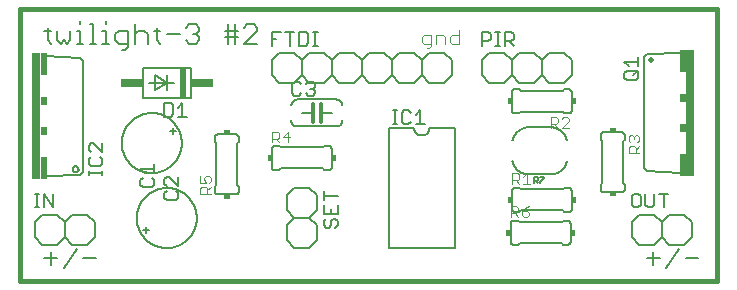
<source format=gto>
G75*
%MOIN*%
%OFA0B0*%
%FSLAX25Y25*%
%IPPOS*%
%LPD*%
%AMOC8*
5,1,8,0,0,1.08239X$1,22.5*
%
%ADD10C,0.00600*%
%ADD11C,0.01600*%
%ADD12C,0.00400*%
%ADD13C,0.00500*%
%ADD14R,0.02000X0.10000*%
%ADD15R,0.07500X0.03000*%
%ADD16R,0.03000X0.42000*%
%ADD17R,0.02000X0.07500*%
%ADD18R,0.02000X0.03000*%
%ADD19R,0.01500X0.02000*%
%ADD20R,0.02000X0.01500*%
%ADD21C,0.01200*%
%ADD22C,0.02000*%
%ADD23C,0.00800*%
D10*
X0016420Y0006037D02*
X0020690Y0012442D01*
X0019300Y0013769D02*
X0016800Y0016269D01*
X0014300Y0013769D01*
X0009300Y0013769D01*
X0006800Y0016269D01*
X0006800Y0021269D01*
X0009300Y0023769D01*
X0014300Y0023769D01*
X0016800Y0021269D01*
X0019300Y0023769D01*
X0024300Y0023769D01*
X0026800Y0021269D01*
X0026800Y0016269D01*
X0024300Y0013769D01*
X0019300Y0013769D01*
X0016800Y0016269D02*
X0016800Y0021269D01*
X0012109Y0011375D02*
X0012109Y0007105D01*
X0009974Y0009240D02*
X0014244Y0009240D01*
X0022865Y0009240D02*
X0027135Y0009240D01*
X0043737Y0017706D02*
X0043737Y0019706D01*
X0044737Y0018706D02*
X0042737Y0018706D01*
X0040737Y0022706D02*
X0040740Y0022951D01*
X0040749Y0023197D01*
X0040764Y0023442D01*
X0040785Y0023686D01*
X0040812Y0023930D01*
X0040845Y0024173D01*
X0040884Y0024416D01*
X0040929Y0024657D01*
X0040980Y0024897D01*
X0041037Y0025136D01*
X0041099Y0025373D01*
X0041168Y0025609D01*
X0041242Y0025843D01*
X0041322Y0026075D01*
X0041407Y0026305D01*
X0041498Y0026533D01*
X0041595Y0026758D01*
X0041697Y0026982D01*
X0041805Y0027202D01*
X0041918Y0027420D01*
X0042036Y0027635D01*
X0042160Y0027847D01*
X0042288Y0028056D01*
X0042422Y0028262D01*
X0042561Y0028464D01*
X0042705Y0028663D01*
X0042854Y0028858D01*
X0043007Y0029050D01*
X0043165Y0029238D01*
X0043327Y0029422D01*
X0043495Y0029601D01*
X0043666Y0029777D01*
X0043842Y0029948D01*
X0044021Y0030116D01*
X0044205Y0030278D01*
X0044393Y0030436D01*
X0044585Y0030589D01*
X0044780Y0030738D01*
X0044979Y0030882D01*
X0045181Y0031021D01*
X0045387Y0031155D01*
X0045596Y0031283D01*
X0045808Y0031407D01*
X0046023Y0031525D01*
X0046241Y0031638D01*
X0046461Y0031746D01*
X0046685Y0031848D01*
X0046910Y0031945D01*
X0047138Y0032036D01*
X0047368Y0032121D01*
X0047600Y0032201D01*
X0047834Y0032275D01*
X0048070Y0032344D01*
X0048307Y0032406D01*
X0048546Y0032463D01*
X0048786Y0032514D01*
X0049027Y0032559D01*
X0049270Y0032598D01*
X0049513Y0032631D01*
X0049757Y0032658D01*
X0050001Y0032679D01*
X0050246Y0032694D01*
X0050492Y0032703D01*
X0050737Y0032706D01*
X0050982Y0032703D01*
X0051228Y0032694D01*
X0051473Y0032679D01*
X0051717Y0032658D01*
X0051961Y0032631D01*
X0052204Y0032598D01*
X0052447Y0032559D01*
X0052688Y0032514D01*
X0052928Y0032463D01*
X0053167Y0032406D01*
X0053404Y0032344D01*
X0053640Y0032275D01*
X0053874Y0032201D01*
X0054106Y0032121D01*
X0054336Y0032036D01*
X0054564Y0031945D01*
X0054789Y0031848D01*
X0055013Y0031746D01*
X0055233Y0031638D01*
X0055451Y0031525D01*
X0055666Y0031407D01*
X0055878Y0031283D01*
X0056087Y0031155D01*
X0056293Y0031021D01*
X0056495Y0030882D01*
X0056694Y0030738D01*
X0056889Y0030589D01*
X0057081Y0030436D01*
X0057269Y0030278D01*
X0057453Y0030116D01*
X0057632Y0029948D01*
X0057808Y0029777D01*
X0057979Y0029601D01*
X0058147Y0029422D01*
X0058309Y0029238D01*
X0058467Y0029050D01*
X0058620Y0028858D01*
X0058769Y0028663D01*
X0058913Y0028464D01*
X0059052Y0028262D01*
X0059186Y0028056D01*
X0059314Y0027847D01*
X0059438Y0027635D01*
X0059556Y0027420D01*
X0059669Y0027202D01*
X0059777Y0026982D01*
X0059879Y0026758D01*
X0059976Y0026533D01*
X0060067Y0026305D01*
X0060152Y0026075D01*
X0060232Y0025843D01*
X0060306Y0025609D01*
X0060375Y0025373D01*
X0060437Y0025136D01*
X0060494Y0024897D01*
X0060545Y0024657D01*
X0060590Y0024416D01*
X0060629Y0024173D01*
X0060662Y0023930D01*
X0060689Y0023686D01*
X0060710Y0023442D01*
X0060725Y0023197D01*
X0060734Y0022951D01*
X0060737Y0022706D01*
X0060734Y0022461D01*
X0060725Y0022215D01*
X0060710Y0021970D01*
X0060689Y0021726D01*
X0060662Y0021482D01*
X0060629Y0021239D01*
X0060590Y0020996D01*
X0060545Y0020755D01*
X0060494Y0020515D01*
X0060437Y0020276D01*
X0060375Y0020039D01*
X0060306Y0019803D01*
X0060232Y0019569D01*
X0060152Y0019337D01*
X0060067Y0019107D01*
X0059976Y0018879D01*
X0059879Y0018654D01*
X0059777Y0018430D01*
X0059669Y0018210D01*
X0059556Y0017992D01*
X0059438Y0017777D01*
X0059314Y0017565D01*
X0059186Y0017356D01*
X0059052Y0017150D01*
X0058913Y0016948D01*
X0058769Y0016749D01*
X0058620Y0016554D01*
X0058467Y0016362D01*
X0058309Y0016174D01*
X0058147Y0015990D01*
X0057979Y0015811D01*
X0057808Y0015635D01*
X0057632Y0015464D01*
X0057453Y0015296D01*
X0057269Y0015134D01*
X0057081Y0014976D01*
X0056889Y0014823D01*
X0056694Y0014674D01*
X0056495Y0014530D01*
X0056293Y0014391D01*
X0056087Y0014257D01*
X0055878Y0014129D01*
X0055666Y0014005D01*
X0055451Y0013887D01*
X0055233Y0013774D01*
X0055013Y0013666D01*
X0054789Y0013564D01*
X0054564Y0013467D01*
X0054336Y0013376D01*
X0054106Y0013291D01*
X0053874Y0013211D01*
X0053640Y0013137D01*
X0053404Y0013068D01*
X0053167Y0013006D01*
X0052928Y0012949D01*
X0052688Y0012898D01*
X0052447Y0012853D01*
X0052204Y0012814D01*
X0051961Y0012781D01*
X0051717Y0012754D01*
X0051473Y0012733D01*
X0051228Y0012718D01*
X0050982Y0012709D01*
X0050737Y0012706D01*
X0050492Y0012709D01*
X0050246Y0012718D01*
X0050001Y0012733D01*
X0049757Y0012754D01*
X0049513Y0012781D01*
X0049270Y0012814D01*
X0049027Y0012853D01*
X0048786Y0012898D01*
X0048546Y0012949D01*
X0048307Y0013006D01*
X0048070Y0013068D01*
X0047834Y0013137D01*
X0047600Y0013211D01*
X0047368Y0013291D01*
X0047138Y0013376D01*
X0046910Y0013467D01*
X0046685Y0013564D01*
X0046461Y0013666D01*
X0046241Y0013774D01*
X0046023Y0013887D01*
X0045808Y0014005D01*
X0045596Y0014129D01*
X0045387Y0014257D01*
X0045181Y0014391D01*
X0044979Y0014530D01*
X0044780Y0014674D01*
X0044585Y0014823D01*
X0044393Y0014976D01*
X0044205Y0015134D01*
X0044021Y0015296D01*
X0043842Y0015464D01*
X0043666Y0015635D01*
X0043495Y0015811D01*
X0043327Y0015990D01*
X0043165Y0016174D01*
X0043007Y0016362D01*
X0042854Y0016554D01*
X0042705Y0016749D01*
X0042561Y0016948D01*
X0042422Y0017150D01*
X0042288Y0017356D01*
X0042160Y0017565D01*
X0042036Y0017777D01*
X0041918Y0017992D01*
X0041805Y0018210D01*
X0041697Y0018430D01*
X0041595Y0018654D01*
X0041498Y0018879D01*
X0041407Y0019107D01*
X0041322Y0019337D01*
X0041242Y0019569D01*
X0041168Y0019803D01*
X0041099Y0020039D01*
X0041037Y0020276D01*
X0040980Y0020515D01*
X0040929Y0020755D01*
X0040884Y0020996D01*
X0040845Y0021239D01*
X0040812Y0021482D01*
X0040785Y0021726D01*
X0040764Y0021970D01*
X0040749Y0022215D01*
X0040740Y0022461D01*
X0040737Y0022706D01*
X0066737Y0031580D02*
X0066737Y0033080D01*
X0067237Y0033580D01*
X0067237Y0047580D01*
X0066737Y0048080D01*
X0066737Y0049580D01*
X0066739Y0049640D01*
X0066744Y0049701D01*
X0066753Y0049760D01*
X0066766Y0049819D01*
X0066782Y0049878D01*
X0066802Y0049935D01*
X0066825Y0049990D01*
X0066852Y0050045D01*
X0066881Y0050097D01*
X0066914Y0050148D01*
X0066950Y0050197D01*
X0066988Y0050243D01*
X0067030Y0050287D01*
X0067074Y0050329D01*
X0067120Y0050367D01*
X0067169Y0050403D01*
X0067220Y0050436D01*
X0067272Y0050465D01*
X0067327Y0050492D01*
X0067382Y0050515D01*
X0067439Y0050535D01*
X0067498Y0050551D01*
X0067557Y0050564D01*
X0067616Y0050573D01*
X0067677Y0050578D01*
X0067737Y0050580D01*
X0073737Y0050580D01*
X0073797Y0050578D01*
X0073858Y0050573D01*
X0073917Y0050564D01*
X0073976Y0050551D01*
X0074035Y0050535D01*
X0074092Y0050515D01*
X0074147Y0050492D01*
X0074202Y0050465D01*
X0074254Y0050436D01*
X0074305Y0050403D01*
X0074354Y0050367D01*
X0074400Y0050329D01*
X0074444Y0050287D01*
X0074486Y0050243D01*
X0074524Y0050197D01*
X0074560Y0050148D01*
X0074593Y0050097D01*
X0074622Y0050045D01*
X0074649Y0049990D01*
X0074672Y0049935D01*
X0074692Y0049878D01*
X0074708Y0049819D01*
X0074721Y0049760D01*
X0074730Y0049701D01*
X0074735Y0049640D01*
X0074737Y0049580D01*
X0074737Y0048080D01*
X0074237Y0047580D01*
X0074237Y0033580D01*
X0074737Y0033080D01*
X0074737Y0031580D01*
X0074735Y0031520D01*
X0074730Y0031459D01*
X0074721Y0031400D01*
X0074708Y0031341D01*
X0074692Y0031282D01*
X0074672Y0031225D01*
X0074649Y0031170D01*
X0074622Y0031115D01*
X0074593Y0031063D01*
X0074560Y0031012D01*
X0074524Y0030963D01*
X0074486Y0030917D01*
X0074444Y0030873D01*
X0074400Y0030831D01*
X0074354Y0030793D01*
X0074305Y0030757D01*
X0074254Y0030724D01*
X0074202Y0030695D01*
X0074147Y0030668D01*
X0074092Y0030645D01*
X0074035Y0030625D01*
X0073976Y0030609D01*
X0073917Y0030596D01*
X0073858Y0030587D01*
X0073797Y0030582D01*
X0073737Y0030580D01*
X0067737Y0030580D01*
X0067677Y0030582D01*
X0067616Y0030587D01*
X0067557Y0030596D01*
X0067498Y0030609D01*
X0067439Y0030625D01*
X0067382Y0030645D01*
X0067327Y0030668D01*
X0067272Y0030695D01*
X0067220Y0030724D01*
X0067169Y0030757D01*
X0067120Y0030793D01*
X0067074Y0030831D01*
X0067030Y0030873D01*
X0066988Y0030917D01*
X0066950Y0030963D01*
X0066914Y0031012D01*
X0066881Y0031063D01*
X0066852Y0031115D01*
X0066825Y0031170D01*
X0066802Y0031225D01*
X0066782Y0031282D01*
X0066766Y0031341D01*
X0066753Y0031400D01*
X0066744Y0031459D01*
X0066739Y0031520D01*
X0066737Y0031580D01*
X0086737Y0038706D02*
X0088237Y0038706D01*
X0088737Y0039206D01*
X0102737Y0039206D01*
X0103237Y0038706D01*
X0104737Y0038706D01*
X0104797Y0038708D01*
X0104858Y0038713D01*
X0104917Y0038722D01*
X0104976Y0038735D01*
X0105035Y0038751D01*
X0105092Y0038771D01*
X0105147Y0038794D01*
X0105202Y0038821D01*
X0105254Y0038850D01*
X0105305Y0038883D01*
X0105354Y0038919D01*
X0105400Y0038957D01*
X0105444Y0038999D01*
X0105486Y0039043D01*
X0105524Y0039089D01*
X0105560Y0039138D01*
X0105593Y0039189D01*
X0105622Y0039241D01*
X0105649Y0039296D01*
X0105672Y0039351D01*
X0105692Y0039408D01*
X0105708Y0039467D01*
X0105721Y0039526D01*
X0105730Y0039585D01*
X0105735Y0039646D01*
X0105737Y0039706D01*
X0105737Y0045706D01*
X0105735Y0045766D01*
X0105730Y0045827D01*
X0105721Y0045886D01*
X0105708Y0045945D01*
X0105692Y0046004D01*
X0105672Y0046061D01*
X0105649Y0046116D01*
X0105622Y0046171D01*
X0105593Y0046223D01*
X0105560Y0046274D01*
X0105524Y0046323D01*
X0105486Y0046369D01*
X0105444Y0046413D01*
X0105400Y0046455D01*
X0105354Y0046493D01*
X0105305Y0046529D01*
X0105254Y0046562D01*
X0105202Y0046591D01*
X0105147Y0046618D01*
X0105092Y0046641D01*
X0105035Y0046661D01*
X0104976Y0046677D01*
X0104917Y0046690D01*
X0104858Y0046699D01*
X0104797Y0046704D01*
X0104737Y0046706D01*
X0103237Y0046706D01*
X0102737Y0046206D01*
X0088737Y0046206D01*
X0088237Y0046706D01*
X0086737Y0046706D01*
X0086677Y0046704D01*
X0086616Y0046699D01*
X0086557Y0046690D01*
X0086498Y0046677D01*
X0086439Y0046661D01*
X0086382Y0046641D01*
X0086327Y0046618D01*
X0086272Y0046591D01*
X0086220Y0046562D01*
X0086169Y0046529D01*
X0086120Y0046493D01*
X0086074Y0046455D01*
X0086030Y0046413D01*
X0085988Y0046369D01*
X0085950Y0046323D01*
X0085914Y0046274D01*
X0085881Y0046223D01*
X0085852Y0046171D01*
X0085825Y0046116D01*
X0085802Y0046061D01*
X0085782Y0046004D01*
X0085766Y0045945D01*
X0085753Y0045886D01*
X0085744Y0045827D01*
X0085739Y0045766D01*
X0085737Y0045706D01*
X0085737Y0039706D01*
X0085739Y0039646D01*
X0085744Y0039585D01*
X0085753Y0039526D01*
X0085766Y0039467D01*
X0085782Y0039408D01*
X0085802Y0039351D01*
X0085825Y0039296D01*
X0085852Y0039241D01*
X0085881Y0039189D01*
X0085914Y0039138D01*
X0085950Y0039089D01*
X0085988Y0039043D01*
X0086030Y0038999D01*
X0086074Y0038957D01*
X0086120Y0038919D01*
X0086169Y0038883D01*
X0086220Y0038850D01*
X0086272Y0038821D01*
X0086327Y0038794D01*
X0086382Y0038771D01*
X0086439Y0038751D01*
X0086498Y0038735D01*
X0086557Y0038722D01*
X0086616Y0038713D01*
X0086677Y0038708D01*
X0086737Y0038706D01*
X0093237Y0032706D02*
X0090737Y0030206D01*
X0090737Y0025206D01*
X0093237Y0022706D01*
X0090737Y0020206D01*
X0090737Y0015206D01*
X0093237Y0012706D01*
X0098237Y0012706D01*
X0100737Y0015206D01*
X0100737Y0020206D01*
X0098237Y0022706D01*
X0093237Y0022706D01*
X0098237Y0022706D02*
X0100737Y0025206D01*
X0100737Y0030206D01*
X0098237Y0032706D01*
X0093237Y0032706D01*
X0052737Y0050706D02*
X0052737Y0052706D01*
X0051737Y0051706D02*
X0053737Y0051706D01*
X0035737Y0047706D02*
X0035740Y0047951D01*
X0035749Y0048197D01*
X0035764Y0048442D01*
X0035785Y0048686D01*
X0035812Y0048930D01*
X0035845Y0049173D01*
X0035884Y0049416D01*
X0035929Y0049657D01*
X0035980Y0049897D01*
X0036037Y0050136D01*
X0036099Y0050373D01*
X0036168Y0050609D01*
X0036242Y0050843D01*
X0036322Y0051075D01*
X0036407Y0051305D01*
X0036498Y0051533D01*
X0036595Y0051758D01*
X0036697Y0051982D01*
X0036805Y0052202D01*
X0036918Y0052420D01*
X0037036Y0052635D01*
X0037160Y0052847D01*
X0037288Y0053056D01*
X0037422Y0053262D01*
X0037561Y0053464D01*
X0037705Y0053663D01*
X0037854Y0053858D01*
X0038007Y0054050D01*
X0038165Y0054238D01*
X0038327Y0054422D01*
X0038495Y0054601D01*
X0038666Y0054777D01*
X0038842Y0054948D01*
X0039021Y0055116D01*
X0039205Y0055278D01*
X0039393Y0055436D01*
X0039585Y0055589D01*
X0039780Y0055738D01*
X0039979Y0055882D01*
X0040181Y0056021D01*
X0040387Y0056155D01*
X0040596Y0056283D01*
X0040808Y0056407D01*
X0041023Y0056525D01*
X0041241Y0056638D01*
X0041461Y0056746D01*
X0041685Y0056848D01*
X0041910Y0056945D01*
X0042138Y0057036D01*
X0042368Y0057121D01*
X0042600Y0057201D01*
X0042834Y0057275D01*
X0043070Y0057344D01*
X0043307Y0057406D01*
X0043546Y0057463D01*
X0043786Y0057514D01*
X0044027Y0057559D01*
X0044270Y0057598D01*
X0044513Y0057631D01*
X0044757Y0057658D01*
X0045001Y0057679D01*
X0045246Y0057694D01*
X0045492Y0057703D01*
X0045737Y0057706D01*
X0045982Y0057703D01*
X0046228Y0057694D01*
X0046473Y0057679D01*
X0046717Y0057658D01*
X0046961Y0057631D01*
X0047204Y0057598D01*
X0047447Y0057559D01*
X0047688Y0057514D01*
X0047928Y0057463D01*
X0048167Y0057406D01*
X0048404Y0057344D01*
X0048640Y0057275D01*
X0048874Y0057201D01*
X0049106Y0057121D01*
X0049336Y0057036D01*
X0049564Y0056945D01*
X0049789Y0056848D01*
X0050013Y0056746D01*
X0050233Y0056638D01*
X0050451Y0056525D01*
X0050666Y0056407D01*
X0050878Y0056283D01*
X0051087Y0056155D01*
X0051293Y0056021D01*
X0051495Y0055882D01*
X0051694Y0055738D01*
X0051889Y0055589D01*
X0052081Y0055436D01*
X0052269Y0055278D01*
X0052453Y0055116D01*
X0052632Y0054948D01*
X0052808Y0054777D01*
X0052979Y0054601D01*
X0053147Y0054422D01*
X0053309Y0054238D01*
X0053467Y0054050D01*
X0053620Y0053858D01*
X0053769Y0053663D01*
X0053913Y0053464D01*
X0054052Y0053262D01*
X0054186Y0053056D01*
X0054314Y0052847D01*
X0054438Y0052635D01*
X0054556Y0052420D01*
X0054669Y0052202D01*
X0054777Y0051982D01*
X0054879Y0051758D01*
X0054976Y0051533D01*
X0055067Y0051305D01*
X0055152Y0051075D01*
X0055232Y0050843D01*
X0055306Y0050609D01*
X0055375Y0050373D01*
X0055437Y0050136D01*
X0055494Y0049897D01*
X0055545Y0049657D01*
X0055590Y0049416D01*
X0055629Y0049173D01*
X0055662Y0048930D01*
X0055689Y0048686D01*
X0055710Y0048442D01*
X0055725Y0048197D01*
X0055734Y0047951D01*
X0055737Y0047706D01*
X0055734Y0047461D01*
X0055725Y0047215D01*
X0055710Y0046970D01*
X0055689Y0046726D01*
X0055662Y0046482D01*
X0055629Y0046239D01*
X0055590Y0045996D01*
X0055545Y0045755D01*
X0055494Y0045515D01*
X0055437Y0045276D01*
X0055375Y0045039D01*
X0055306Y0044803D01*
X0055232Y0044569D01*
X0055152Y0044337D01*
X0055067Y0044107D01*
X0054976Y0043879D01*
X0054879Y0043654D01*
X0054777Y0043430D01*
X0054669Y0043210D01*
X0054556Y0042992D01*
X0054438Y0042777D01*
X0054314Y0042565D01*
X0054186Y0042356D01*
X0054052Y0042150D01*
X0053913Y0041948D01*
X0053769Y0041749D01*
X0053620Y0041554D01*
X0053467Y0041362D01*
X0053309Y0041174D01*
X0053147Y0040990D01*
X0052979Y0040811D01*
X0052808Y0040635D01*
X0052632Y0040464D01*
X0052453Y0040296D01*
X0052269Y0040134D01*
X0052081Y0039976D01*
X0051889Y0039823D01*
X0051694Y0039674D01*
X0051495Y0039530D01*
X0051293Y0039391D01*
X0051087Y0039257D01*
X0050878Y0039129D01*
X0050666Y0039005D01*
X0050451Y0038887D01*
X0050233Y0038774D01*
X0050013Y0038666D01*
X0049789Y0038564D01*
X0049564Y0038467D01*
X0049336Y0038376D01*
X0049106Y0038291D01*
X0048874Y0038211D01*
X0048640Y0038137D01*
X0048404Y0038068D01*
X0048167Y0038006D01*
X0047928Y0037949D01*
X0047688Y0037898D01*
X0047447Y0037853D01*
X0047204Y0037814D01*
X0046961Y0037781D01*
X0046717Y0037754D01*
X0046473Y0037733D01*
X0046228Y0037718D01*
X0045982Y0037709D01*
X0045737Y0037706D01*
X0045492Y0037709D01*
X0045246Y0037718D01*
X0045001Y0037733D01*
X0044757Y0037754D01*
X0044513Y0037781D01*
X0044270Y0037814D01*
X0044027Y0037853D01*
X0043786Y0037898D01*
X0043546Y0037949D01*
X0043307Y0038006D01*
X0043070Y0038068D01*
X0042834Y0038137D01*
X0042600Y0038211D01*
X0042368Y0038291D01*
X0042138Y0038376D01*
X0041910Y0038467D01*
X0041685Y0038564D01*
X0041461Y0038666D01*
X0041241Y0038774D01*
X0041023Y0038887D01*
X0040808Y0039005D01*
X0040596Y0039129D01*
X0040387Y0039257D01*
X0040181Y0039391D01*
X0039979Y0039530D01*
X0039780Y0039674D01*
X0039585Y0039823D01*
X0039393Y0039976D01*
X0039205Y0040134D01*
X0039021Y0040296D01*
X0038842Y0040464D01*
X0038666Y0040635D01*
X0038495Y0040811D01*
X0038327Y0040990D01*
X0038165Y0041174D01*
X0038007Y0041362D01*
X0037854Y0041554D01*
X0037705Y0041749D01*
X0037561Y0041948D01*
X0037422Y0042150D01*
X0037288Y0042356D01*
X0037160Y0042565D01*
X0037036Y0042777D01*
X0036918Y0042992D01*
X0036805Y0043210D01*
X0036697Y0043430D01*
X0036595Y0043654D01*
X0036498Y0043879D01*
X0036407Y0044107D01*
X0036322Y0044337D01*
X0036242Y0044569D01*
X0036168Y0044803D01*
X0036099Y0045039D01*
X0036037Y0045276D01*
X0035980Y0045515D01*
X0035929Y0045755D01*
X0035884Y0045996D01*
X0035845Y0046239D01*
X0035812Y0046482D01*
X0035785Y0046726D01*
X0035764Y0046970D01*
X0035749Y0047215D01*
X0035740Y0047461D01*
X0035737Y0047706D01*
X0042737Y0062706D02*
X0058737Y0062706D01*
X0058737Y0072706D01*
X0042737Y0072706D01*
X0042737Y0062706D01*
X0046737Y0065206D02*
X0050737Y0067706D01*
X0050737Y0070206D01*
X0050737Y0067706D02*
X0046737Y0070206D01*
X0046737Y0065206D01*
X0044737Y0067706D02*
X0050737Y0067706D01*
X0050737Y0065206D01*
X0050737Y0067706D02*
X0053237Y0067706D01*
X0037878Y0079773D02*
X0036810Y0078705D01*
X0035743Y0078705D01*
X0037878Y0079773D02*
X0037878Y0085110D01*
X0034675Y0085110D01*
X0033608Y0084043D01*
X0033608Y0081908D01*
X0034675Y0080840D01*
X0037878Y0080840D01*
X0040053Y0080840D02*
X0040053Y0087246D01*
X0041121Y0085110D02*
X0043256Y0085110D01*
X0044323Y0084043D01*
X0044323Y0080840D01*
X0047566Y0081908D02*
X0048634Y0080840D01*
X0047566Y0081908D02*
X0047566Y0086178D01*
X0046498Y0085110D02*
X0048634Y0085110D01*
X0050795Y0084043D02*
X0055066Y0084043D01*
X0057241Y0086178D02*
X0058309Y0087246D01*
X0060444Y0087246D01*
X0061511Y0086178D01*
X0061511Y0085110D01*
X0060444Y0084043D01*
X0061511Y0082975D01*
X0061511Y0081908D01*
X0060444Y0080840D01*
X0058309Y0080840D01*
X0057241Y0081908D01*
X0059376Y0084043D02*
X0060444Y0084043D01*
X0070132Y0085110D02*
X0073335Y0085110D01*
X0074402Y0085110D01*
X0076577Y0086178D02*
X0077645Y0087246D01*
X0079780Y0087246D01*
X0080848Y0086178D01*
X0080848Y0085110D01*
X0076577Y0080840D01*
X0080848Y0080840D01*
X0074402Y0082975D02*
X0070132Y0082975D01*
X0071200Y0080840D02*
X0071200Y0087246D01*
X0073335Y0087246D02*
X0073335Y0080840D01*
X0085737Y0075206D02*
X0088237Y0077706D01*
X0093237Y0077706D01*
X0095737Y0075206D01*
X0098237Y0077706D01*
X0103237Y0077706D01*
X0105737Y0075206D01*
X0105737Y0070206D01*
X0103237Y0067706D01*
X0098237Y0067706D01*
X0095737Y0070206D01*
X0093237Y0067706D01*
X0088237Y0067706D01*
X0085737Y0070206D01*
X0085737Y0075206D01*
X0095737Y0075206D02*
X0095737Y0070206D01*
X0105737Y0070206D02*
X0108237Y0067706D01*
X0113237Y0067706D01*
X0115737Y0070206D01*
X0118237Y0067706D01*
X0123237Y0067706D01*
X0125737Y0070206D01*
X0128237Y0067706D01*
X0133237Y0067706D01*
X0135737Y0070206D01*
X0138237Y0067706D01*
X0143237Y0067706D01*
X0145737Y0070206D01*
X0145737Y0075206D01*
X0143237Y0077706D01*
X0138237Y0077706D01*
X0135737Y0075206D01*
X0135737Y0070206D01*
X0125737Y0070206D02*
X0125737Y0075206D01*
X0128237Y0077706D01*
X0133237Y0077706D01*
X0135737Y0075206D01*
X0125737Y0075206D02*
X0123237Y0077706D01*
X0118237Y0077706D01*
X0115737Y0075206D01*
X0115737Y0070206D01*
X0115737Y0075206D02*
X0113237Y0077706D01*
X0108237Y0077706D01*
X0105737Y0075206D01*
X0107237Y0062206D02*
X0094237Y0062206D01*
X0094150Y0062204D01*
X0094063Y0062198D01*
X0093976Y0062189D01*
X0093890Y0062176D01*
X0093804Y0062159D01*
X0093719Y0062138D01*
X0093636Y0062113D01*
X0093553Y0062085D01*
X0093472Y0062054D01*
X0093392Y0062019D01*
X0093314Y0061980D01*
X0093237Y0061938D01*
X0093162Y0061893D01*
X0093090Y0061844D01*
X0093019Y0061793D01*
X0092951Y0061738D01*
X0092886Y0061681D01*
X0092823Y0061620D01*
X0092762Y0061557D01*
X0092705Y0061492D01*
X0092650Y0061424D01*
X0092599Y0061353D01*
X0092550Y0061281D01*
X0092505Y0061206D01*
X0092463Y0061129D01*
X0092424Y0061051D01*
X0092389Y0060971D01*
X0092358Y0060890D01*
X0092330Y0060807D01*
X0092305Y0060724D01*
X0092284Y0060639D01*
X0092267Y0060553D01*
X0092254Y0060467D01*
X0092245Y0060380D01*
X0092239Y0060293D01*
X0092237Y0060206D01*
X0095737Y0057706D02*
X0099537Y0057706D01*
X0102037Y0057706D02*
X0105737Y0057706D01*
X0109237Y0060206D02*
X0109235Y0060293D01*
X0109229Y0060380D01*
X0109220Y0060467D01*
X0109207Y0060553D01*
X0109190Y0060639D01*
X0109169Y0060724D01*
X0109144Y0060807D01*
X0109116Y0060890D01*
X0109085Y0060971D01*
X0109050Y0061051D01*
X0109011Y0061129D01*
X0108969Y0061206D01*
X0108924Y0061281D01*
X0108875Y0061353D01*
X0108824Y0061424D01*
X0108769Y0061492D01*
X0108712Y0061557D01*
X0108651Y0061620D01*
X0108588Y0061681D01*
X0108523Y0061738D01*
X0108455Y0061793D01*
X0108384Y0061844D01*
X0108312Y0061893D01*
X0108237Y0061938D01*
X0108160Y0061980D01*
X0108082Y0062019D01*
X0108002Y0062054D01*
X0107921Y0062085D01*
X0107838Y0062113D01*
X0107755Y0062138D01*
X0107670Y0062159D01*
X0107584Y0062176D01*
X0107498Y0062189D01*
X0107411Y0062198D01*
X0107324Y0062204D01*
X0107237Y0062206D01*
X0109237Y0055206D02*
X0109235Y0055119D01*
X0109229Y0055032D01*
X0109220Y0054945D01*
X0109207Y0054859D01*
X0109190Y0054773D01*
X0109169Y0054688D01*
X0109144Y0054605D01*
X0109116Y0054522D01*
X0109085Y0054441D01*
X0109050Y0054361D01*
X0109011Y0054283D01*
X0108969Y0054206D01*
X0108924Y0054131D01*
X0108875Y0054059D01*
X0108824Y0053988D01*
X0108769Y0053920D01*
X0108712Y0053855D01*
X0108651Y0053792D01*
X0108588Y0053731D01*
X0108523Y0053674D01*
X0108455Y0053619D01*
X0108384Y0053568D01*
X0108312Y0053519D01*
X0108237Y0053474D01*
X0108160Y0053432D01*
X0108082Y0053393D01*
X0108002Y0053358D01*
X0107921Y0053327D01*
X0107838Y0053299D01*
X0107755Y0053274D01*
X0107670Y0053253D01*
X0107584Y0053236D01*
X0107498Y0053223D01*
X0107411Y0053214D01*
X0107324Y0053208D01*
X0107237Y0053206D01*
X0094237Y0053206D01*
X0094150Y0053208D01*
X0094063Y0053214D01*
X0093976Y0053223D01*
X0093890Y0053236D01*
X0093804Y0053253D01*
X0093719Y0053274D01*
X0093636Y0053299D01*
X0093553Y0053327D01*
X0093472Y0053358D01*
X0093392Y0053393D01*
X0093314Y0053432D01*
X0093237Y0053474D01*
X0093162Y0053519D01*
X0093090Y0053568D01*
X0093019Y0053619D01*
X0092951Y0053674D01*
X0092886Y0053731D01*
X0092823Y0053792D01*
X0092762Y0053855D01*
X0092705Y0053920D01*
X0092650Y0053988D01*
X0092599Y0054059D01*
X0092550Y0054131D01*
X0092505Y0054206D01*
X0092463Y0054283D01*
X0092424Y0054361D01*
X0092389Y0054441D01*
X0092358Y0054522D01*
X0092330Y0054605D01*
X0092305Y0054688D01*
X0092284Y0054773D01*
X0092267Y0054859D01*
X0092254Y0054945D01*
X0092245Y0055032D01*
X0092239Y0055119D01*
X0092237Y0055206D01*
X0124737Y0052706D02*
X0124737Y0012706D01*
X0146737Y0012706D01*
X0146737Y0052706D01*
X0138237Y0052706D01*
X0138235Y0052608D01*
X0138229Y0052510D01*
X0138220Y0052412D01*
X0138206Y0052315D01*
X0138189Y0052218D01*
X0138168Y0052122D01*
X0138143Y0052027D01*
X0138115Y0051933D01*
X0138082Y0051841D01*
X0138047Y0051749D01*
X0138007Y0051659D01*
X0137965Y0051571D01*
X0137918Y0051484D01*
X0137869Y0051400D01*
X0137816Y0051317D01*
X0137760Y0051237D01*
X0137700Y0051158D01*
X0137638Y0051082D01*
X0137573Y0051009D01*
X0137505Y0050938D01*
X0137434Y0050870D01*
X0137361Y0050805D01*
X0137285Y0050743D01*
X0137206Y0050683D01*
X0137126Y0050627D01*
X0137043Y0050574D01*
X0136959Y0050525D01*
X0136872Y0050478D01*
X0136784Y0050436D01*
X0136694Y0050396D01*
X0136602Y0050361D01*
X0136510Y0050328D01*
X0136416Y0050300D01*
X0136321Y0050275D01*
X0136225Y0050254D01*
X0136128Y0050237D01*
X0136031Y0050223D01*
X0135933Y0050214D01*
X0135835Y0050208D01*
X0135737Y0050206D01*
X0135639Y0050208D01*
X0135541Y0050214D01*
X0135443Y0050223D01*
X0135346Y0050237D01*
X0135249Y0050254D01*
X0135153Y0050275D01*
X0135058Y0050300D01*
X0134964Y0050328D01*
X0134872Y0050361D01*
X0134780Y0050396D01*
X0134690Y0050436D01*
X0134602Y0050478D01*
X0134515Y0050525D01*
X0134431Y0050574D01*
X0134348Y0050627D01*
X0134268Y0050683D01*
X0134189Y0050743D01*
X0134113Y0050805D01*
X0134040Y0050870D01*
X0133969Y0050938D01*
X0133901Y0051009D01*
X0133836Y0051082D01*
X0133774Y0051158D01*
X0133714Y0051237D01*
X0133658Y0051317D01*
X0133605Y0051400D01*
X0133556Y0051484D01*
X0133509Y0051571D01*
X0133467Y0051659D01*
X0133427Y0051749D01*
X0133392Y0051841D01*
X0133359Y0051933D01*
X0133331Y0052027D01*
X0133306Y0052122D01*
X0133285Y0052218D01*
X0133268Y0052315D01*
X0133254Y0052412D01*
X0133245Y0052510D01*
X0133239Y0052608D01*
X0133237Y0052706D01*
X0124737Y0052706D01*
X0155737Y0070206D02*
X0158237Y0067706D01*
X0163237Y0067706D01*
X0165737Y0070206D01*
X0168237Y0067706D01*
X0173237Y0067706D01*
X0175737Y0070206D01*
X0178237Y0067706D01*
X0183237Y0067706D01*
X0185737Y0070206D01*
X0185737Y0075206D01*
X0183237Y0077706D01*
X0178237Y0077706D01*
X0175737Y0075206D01*
X0175737Y0070206D01*
X0165737Y0070206D02*
X0165737Y0075206D01*
X0168237Y0077706D01*
X0173237Y0077706D01*
X0175737Y0075206D01*
X0165737Y0075206D02*
X0163237Y0077706D01*
X0158237Y0077706D01*
X0155737Y0075206D01*
X0155737Y0070206D01*
X0166737Y0065643D02*
X0168237Y0065643D01*
X0168737Y0065143D01*
X0182737Y0065143D01*
X0183237Y0065643D01*
X0184737Y0065643D01*
X0184797Y0065641D01*
X0184858Y0065636D01*
X0184917Y0065627D01*
X0184976Y0065614D01*
X0185035Y0065598D01*
X0185092Y0065578D01*
X0185147Y0065555D01*
X0185202Y0065528D01*
X0185254Y0065499D01*
X0185305Y0065466D01*
X0185354Y0065430D01*
X0185400Y0065392D01*
X0185444Y0065350D01*
X0185486Y0065306D01*
X0185524Y0065260D01*
X0185560Y0065211D01*
X0185593Y0065160D01*
X0185622Y0065108D01*
X0185649Y0065053D01*
X0185672Y0064998D01*
X0185692Y0064941D01*
X0185708Y0064882D01*
X0185721Y0064823D01*
X0185730Y0064764D01*
X0185735Y0064703D01*
X0185737Y0064643D01*
X0185737Y0058643D01*
X0185735Y0058583D01*
X0185730Y0058522D01*
X0185721Y0058463D01*
X0185708Y0058404D01*
X0185692Y0058345D01*
X0185672Y0058288D01*
X0185649Y0058233D01*
X0185622Y0058178D01*
X0185593Y0058126D01*
X0185560Y0058075D01*
X0185524Y0058026D01*
X0185486Y0057980D01*
X0185444Y0057936D01*
X0185400Y0057894D01*
X0185354Y0057856D01*
X0185305Y0057820D01*
X0185254Y0057787D01*
X0185202Y0057758D01*
X0185147Y0057731D01*
X0185092Y0057708D01*
X0185035Y0057688D01*
X0184976Y0057672D01*
X0184917Y0057659D01*
X0184858Y0057650D01*
X0184797Y0057645D01*
X0184737Y0057643D01*
X0183237Y0057643D01*
X0182737Y0058143D01*
X0168737Y0058143D01*
X0168237Y0057643D01*
X0166737Y0057643D01*
X0166677Y0057645D01*
X0166616Y0057650D01*
X0166557Y0057659D01*
X0166498Y0057672D01*
X0166439Y0057688D01*
X0166382Y0057708D01*
X0166327Y0057731D01*
X0166272Y0057758D01*
X0166220Y0057787D01*
X0166169Y0057820D01*
X0166120Y0057856D01*
X0166074Y0057894D01*
X0166030Y0057936D01*
X0165988Y0057980D01*
X0165950Y0058026D01*
X0165914Y0058075D01*
X0165881Y0058126D01*
X0165852Y0058178D01*
X0165825Y0058233D01*
X0165802Y0058288D01*
X0165782Y0058345D01*
X0165766Y0058404D01*
X0165753Y0058463D01*
X0165744Y0058522D01*
X0165739Y0058583D01*
X0165737Y0058643D01*
X0165737Y0064643D01*
X0165739Y0064703D01*
X0165744Y0064764D01*
X0165753Y0064823D01*
X0165766Y0064882D01*
X0165782Y0064941D01*
X0165802Y0064998D01*
X0165825Y0065053D01*
X0165852Y0065108D01*
X0165881Y0065160D01*
X0165914Y0065211D01*
X0165950Y0065260D01*
X0165988Y0065306D01*
X0166030Y0065350D01*
X0166074Y0065392D01*
X0166120Y0065430D01*
X0166169Y0065466D01*
X0166220Y0065499D01*
X0166272Y0065528D01*
X0166327Y0065555D01*
X0166382Y0065578D01*
X0166439Y0065598D01*
X0166498Y0065614D01*
X0166557Y0065627D01*
X0166616Y0065636D01*
X0166677Y0065641D01*
X0166737Y0065643D01*
X0196359Y0051328D02*
X0202359Y0051328D01*
X0202419Y0051326D01*
X0202480Y0051321D01*
X0202539Y0051312D01*
X0202598Y0051299D01*
X0202657Y0051283D01*
X0202714Y0051263D01*
X0202769Y0051240D01*
X0202824Y0051213D01*
X0202876Y0051184D01*
X0202927Y0051151D01*
X0202976Y0051115D01*
X0203022Y0051077D01*
X0203066Y0051035D01*
X0203108Y0050991D01*
X0203146Y0050945D01*
X0203182Y0050896D01*
X0203215Y0050845D01*
X0203244Y0050793D01*
X0203271Y0050738D01*
X0203294Y0050683D01*
X0203314Y0050626D01*
X0203330Y0050567D01*
X0203343Y0050508D01*
X0203352Y0050449D01*
X0203357Y0050388D01*
X0203359Y0050328D01*
X0203359Y0048828D01*
X0202859Y0048328D01*
X0202859Y0034328D01*
X0203359Y0033828D01*
X0203359Y0032328D01*
X0203357Y0032268D01*
X0203352Y0032207D01*
X0203343Y0032148D01*
X0203330Y0032089D01*
X0203314Y0032030D01*
X0203294Y0031973D01*
X0203271Y0031918D01*
X0203244Y0031863D01*
X0203215Y0031811D01*
X0203182Y0031760D01*
X0203146Y0031711D01*
X0203108Y0031665D01*
X0203066Y0031621D01*
X0203022Y0031579D01*
X0202976Y0031541D01*
X0202927Y0031505D01*
X0202876Y0031472D01*
X0202824Y0031443D01*
X0202769Y0031416D01*
X0202714Y0031393D01*
X0202657Y0031373D01*
X0202598Y0031357D01*
X0202539Y0031344D01*
X0202480Y0031335D01*
X0202419Y0031330D01*
X0202359Y0031328D01*
X0196359Y0031328D01*
X0196299Y0031330D01*
X0196238Y0031335D01*
X0196179Y0031344D01*
X0196120Y0031357D01*
X0196061Y0031373D01*
X0196004Y0031393D01*
X0195949Y0031416D01*
X0195894Y0031443D01*
X0195842Y0031472D01*
X0195791Y0031505D01*
X0195742Y0031541D01*
X0195696Y0031579D01*
X0195652Y0031621D01*
X0195610Y0031665D01*
X0195572Y0031711D01*
X0195536Y0031760D01*
X0195503Y0031811D01*
X0195474Y0031863D01*
X0195447Y0031918D01*
X0195424Y0031973D01*
X0195404Y0032030D01*
X0195388Y0032089D01*
X0195375Y0032148D01*
X0195366Y0032207D01*
X0195361Y0032268D01*
X0195359Y0032328D01*
X0195359Y0033828D01*
X0195859Y0034328D01*
X0195859Y0048328D01*
X0195359Y0048828D01*
X0195359Y0050328D01*
X0195361Y0050388D01*
X0195366Y0050449D01*
X0195375Y0050508D01*
X0195388Y0050567D01*
X0195404Y0050626D01*
X0195424Y0050683D01*
X0195447Y0050738D01*
X0195474Y0050793D01*
X0195503Y0050845D01*
X0195536Y0050896D01*
X0195572Y0050945D01*
X0195610Y0050991D01*
X0195652Y0051035D01*
X0195696Y0051077D01*
X0195742Y0051115D01*
X0195791Y0051151D01*
X0195842Y0051184D01*
X0195894Y0051213D01*
X0195949Y0051240D01*
X0196004Y0051263D01*
X0196061Y0051283D01*
X0196120Y0051299D01*
X0196179Y0051312D01*
X0196238Y0051321D01*
X0196299Y0051326D01*
X0196359Y0051328D01*
X0209800Y0039206D02*
X0209800Y0076206D01*
X0210800Y0077206D01*
X0222300Y0077706D01*
X0209800Y0039206D02*
X0210800Y0038206D01*
X0222300Y0037706D01*
X0223237Y0023769D02*
X0218237Y0023769D01*
X0215737Y0021269D01*
X0215737Y0016269D01*
X0218237Y0013769D01*
X0223237Y0013769D01*
X0225737Y0016269D01*
X0225737Y0021269D01*
X0223237Y0023769D01*
X0215737Y0021269D02*
X0213237Y0023769D01*
X0208237Y0023769D01*
X0205737Y0021269D01*
X0205737Y0016269D01*
X0208237Y0013769D01*
X0213237Y0013769D01*
X0215737Y0016269D01*
X0221477Y0012442D02*
X0217207Y0006037D01*
X0212897Y0007105D02*
X0212897Y0011375D01*
X0215032Y0009240D02*
X0210761Y0009240D01*
X0223652Y0009240D02*
X0227923Y0009240D01*
X0185343Y0014824D02*
X0185343Y0020824D01*
X0185341Y0020884D01*
X0185336Y0020945D01*
X0185327Y0021004D01*
X0185314Y0021063D01*
X0185298Y0021122D01*
X0185278Y0021179D01*
X0185255Y0021234D01*
X0185228Y0021289D01*
X0185199Y0021341D01*
X0185166Y0021392D01*
X0185130Y0021441D01*
X0185092Y0021487D01*
X0185050Y0021531D01*
X0185006Y0021573D01*
X0184960Y0021611D01*
X0184911Y0021647D01*
X0184860Y0021680D01*
X0184808Y0021709D01*
X0184753Y0021736D01*
X0184698Y0021759D01*
X0184641Y0021779D01*
X0184582Y0021795D01*
X0184523Y0021808D01*
X0184464Y0021817D01*
X0184403Y0021822D01*
X0184343Y0021824D01*
X0182843Y0021824D01*
X0182343Y0021324D01*
X0168343Y0021324D01*
X0167843Y0021824D01*
X0166343Y0021824D01*
X0166283Y0021822D01*
X0166222Y0021817D01*
X0166163Y0021808D01*
X0166104Y0021795D01*
X0166045Y0021779D01*
X0165988Y0021759D01*
X0165933Y0021736D01*
X0165878Y0021709D01*
X0165826Y0021680D01*
X0165775Y0021647D01*
X0165726Y0021611D01*
X0165680Y0021573D01*
X0165636Y0021531D01*
X0165594Y0021487D01*
X0165556Y0021441D01*
X0165520Y0021392D01*
X0165487Y0021341D01*
X0165458Y0021289D01*
X0165431Y0021234D01*
X0165408Y0021179D01*
X0165388Y0021122D01*
X0165372Y0021063D01*
X0165359Y0021004D01*
X0165350Y0020945D01*
X0165345Y0020884D01*
X0165343Y0020824D01*
X0165343Y0014824D01*
X0165345Y0014764D01*
X0165350Y0014703D01*
X0165359Y0014644D01*
X0165372Y0014585D01*
X0165388Y0014526D01*
X0165408Y0014469D01*
X0165431Y0014414D01*
X0165458Y0014359D01*
X0165487Y0014307D01*
X0165520Y0014256D01*
X0165556Y0014207D01*
X0165594Y0014161D01*
X0165636Y0014117D01*
X0165680Y0014075D01*
X0165726Y0014037D01*
X0165775Y0014001D01*
X0165826Y0013968D01*
X0165878Y0013939D01*
X0165933Y0013912D01*
X0165988Y0013889D01*
X0166045Y0013869D01*
X0166104Y0013853D01*
X0166163Y0013840D01*
X0166222Y0013831D01*
X0166283Y0013826D01*
X0166343Y0013824D01*
X0167843Y0013824D01*
X0168343Y0014324D01*
X0182343Y0014324D01*
X0182843Y0013824D01*
X0184343Y0013824D01*
X0184403Y0013826D01*
X0184464Y0013831D01*
X0184523Y0013840D01*
X0184582Y0013853D01*
X0184641Y0013869D01*
X0184698Y0013889D01*
X0184753Y0013912D01*
X0184808Y0013939D01*
X0184860Y0013968D01*
X0184911Y0014001D01*
X0184960Y0014037D01*
X0185006Y0014075D01*
X0185050Y0014117D01*
X0185092Y0014161D01*
X0185130Y0014207D01*
X0185166Y0014256D01*
X0185199Y0014307D01*
X0185228Y0014359D01*
X0185255Y0014414D01*
X0185278Y0014469D01*
X0185298Y0014526D01*
X0185314Y0014585D01*
X0185327Y0014644D01*
X0185336Y0014703D01*
X0185341Y0014764D01*
X0185343Y0014824D01*
X0184737Y0024769D02*
X0183237Y0024769D01*
X0182737Y0025269D01*
X0168737Y0025269D01*
X0168237Y0024769D01*
X0166737Y0024769D01*
X0166677Y0024771D01*
X0166616Y0024776D01*
X0166557Y0024785D01*
X0166498Y0024798D01*
X0166439Y0024814D01*
X0166382Y0024834D01*
X0166327Y0024857D01*
X0166272Y0024884D01*
X0166220Y0024913D01*
X0166169Y0024946D01*
X0166120Y0024982D01*
X0166074Y0025020D01*
X0166030Y0025062D01*
X0165988Y0025106D01*
X0165950Y0025152D01*
X0165914Y0025201D01*
X0165881Y0025252D01*
X0165852Y0025304D01*
X0165825Y0025359D01*
X0165802Y0025414D01*
X0165782Y0025471D01*
X0165766Y0025530D01*
X0165753Y0025589D01*
X0165744Y0025648D01*
X0165739Y0025709D01*
X0165737Y0025769D01*
X0165737Y0031769D01*
X0165739Y0031829D01*
X0165744Y0031890D01*
X0165753Y0031949D01*
X0165766Y0032008D01*
X0165782Y0032067D01*
X0165802Y0032124D01*
X0165825Y0032179D01*
X0165852Y0032234D01*
X0165881Y0032286D01*
X0165914Y0032337D01*
X0165950Y0032386D01*
X0165988Y0032432D01*
X0166030Y0032476D01*
X0166074Y0032518D01*
X0166120Y0032556D01*
X0166169Y0032592D01*
X0166220Y0032625D01*
X0166272Y0032654D01*
X0166327Y0032681D01*
X0166382Y0032704D01*
X0166439Y0032724D01*
X0166498Y0032740D01*
X0166557Y0032753D01*
X0166616Y0032762D01*
X0166677Y0032767D01*
X0166737Y0032769D01*
X0168237Y0032769D01*
X0168737Y0032269D01*
X0182737Y0032269D01*
X0183237Y0032769D01*
X0184737Y0032769D01*
X0184797Y0032767D01*
X0184858Y0032762D01*
X0184917Y0032753D01*
X0184976Y0032740D01*
X0185035Y0032724D01*
X0185092Y0032704D01*
X0185147Y0032681D01*
X0185202Y0032654D01*
X0185254Y0032625D01*
X0185305Y0032592D01*
X0185354Y0032556D01*
X0185400Y0032518D01*
X0185444Y0032476D01*
X0185486Y0032432D01*
X0185524Y0032386D01*
X0185560Y0032337D01*
X0185593Y0032286D01*
X0185622Y0032234D01*
X0185649Y0032179D01*
X0185672Y0032124D01*
X0185692Y0032067D01*
X0185708Y0032008D01*
X0185721Y0031949D01*
X0185730Y0031890D01*
X0185735Y0031829D01*
X0185737Y0031769D01*
X0185737Y0025769D01*
X0185735Y0025709D01*
X0185730Y0025648D01*
X0185721Y0025589D01*
X0185708Y0025530D01*
X0185692Y0025471D01*
X0185672Y0025414D01*
X0185649Y0025359D01*
X0185622Y0025304D01*
X0185593Y0025252D01*
X0185560Y0025201D01*
X0185524Y0025152D01*
X0185486Y0025106D01*
X0185444Y0025062D01*
X0185400Y0025020D01*
X0185354Y0024982D01*
X0185305Y0024946D01*
X0185254Y0024913D01*
X0185202Y0024884D01*
X0185147Y0024857D01*
X0185092Y0024834D01*
X0185035Y0024814D01*
X0184976Y0024798D01*
X0184917Y0024785D01*
X0184858Y0024776D01*
X0184797Y0024771D01*
X0184737Y0024769D01*
X0041121Y0085110D02*
X0040053Y0084043D01*
X0031446Y0080840D02*
X0029311Y0080840D01*
X0030378Y0080840D02*
X0030378Y0085110D01*
X0029311Y0085110D01*
X0030378Y0087246D02*
X0030378Y0088313D01*
X0026081Y0087246D02*
X0026081Y0080840D01*
X0025014Y0080840D02*
X0027149Y0080840D01*
X0022852Y0080840D02*
X0020717Y0080840D01*
X0021784Y0080840D02*
X0021784Y0085110D01*
X0020717Y0085110D01*
X0018541Y0085110D02*
X0018541Y0081908D01*
X0017474Y0080840D01*
X0016406Y0081908D01*
X0015339Y0080840D01*
X0014271Y0081908D01*
X0014271Y0085110D01*
X0012109Y0085110D02*
X0009974Y0085110D01*
X0011042Y0086178D02*
X0011042Y0081908D01*
X0012109Y0080840D01*
X0021784Y0087246D02*
X0021784Y0088313D01*
X0025014Y0087246D02*
X0026081Y0087246D01*
D11*
X0001800Y0092351D02*
X0001800Y0001800D01*
X0234083Y0001800D01*
X0234083Y0092351D01*
X0001800Y0092351D01*
D12*
X0085937Y0051509D02*
X0087688Y0051509D01*
X0088272Y0050925D01*
X0088272Y0049757D01*
X0087688Y0049173D01*
X0085937Y0049173D01*
X0087105Y0049173D02*
X0088272Y0048006D01*
X0085937Y0048006D02*
X0085937Y0051509D01*
X0089528Y0049757D02*
X0091863Y0049757D01*
X0091280Y0051509D02*
X0089528Y0049757D01*
X0091280Y0048006D02*
X0091280Y0051509D01*
X0065437Y0036122D02*
X0065437Y0034954D01*
X0064853Y0034371D01*
X0063686Y0034371D02*
X0063102Y0035538D01*
X0063102Y0036122D01*
X0063686Y0036706D01*
X0064853Y0036706D01*
X0065437Y0036122D01*
X0061934Y0036706D02*
X0061934Y0034371D01*
X0063686Y0034371D01*
X0063686Y0033115D02*
X0064269Y0032531D01*
X0064269Y0030780D01*
X0064269Y0031947D02*
X0065437Y0033115D01*
X0063686Y0033115D02*
X0062518Y0033115D01*
X0061934Y0032531D01*
X0061934Y0030780D01*
X0065437Y0030780D01*
X0165543Y0026627D02*
X0165543Y0023124D01*
X0165543Y0024291D02*
X0167295Y0024291D01*
X0167879Y0024875D01*
X0167879Y0026043D01*
X0167295Y0026627D01*
X0165543Y0026627D01*
X0169134Y0024875D02*
X0170886Y0024875D01*
X0171470Y0024291D01*
X0171470Y0023707D01*
X0170886Y0023124D01*
X0169718Y0023124D01*
X0169134Y0023707D01*
X0169134Y0024875D01*
X0170302Y0026043D01*
X0171470Y0026627D01*
X0167879Y0023124D02*
X0166711Y0024291D01*
X0165937Y0034069D02*
X0165937Y0037571D01*
X0167688Y0037571D01*
X0168272Y0036988D01*
X0168272Y0035820D01*
X0167688Y0035236D01*
X0165937Y0035236D01*
X0167105Y0035236D02*
X0168272Y0034069D01*
X0169528Y0034069D02*
X0171863Y0034069D01*
X0170696Y0034069D02*
X0170696Y0037571D01*
X0169528Y0036404D01*
X0204656Y0044345D02*
X0204656Y0046097D01*
X0205240Y0046681D01*
X0206408Y0046681D01*
X0206991Y0046097D01*
X0206991Y0044345D01*
X0208159Y0044345D02*
X0204656Y0044345D01*
X0206991Y0045513D02*
X0208159Y0046681D01*
X0207575Y0047936D02*
X0208159Y0048520D01*
X0208159Y0049688D01*
X0207575Y0050272D01*
X0206991Y0050272D01*
X0206408Y0049688D01*
X0206408Y0049104D01*
X0206408Y0049688D02*
X0205824Y0050272D01*
X0205240Y0050272D01*
X0204656Y0049688D01*
X0204656Y0048520D01*
X0205240Y0047936D01*
X0184681Y0052843D02*
X0182346Y0052843D01*
X0184681Y0055178D01*
X0184681Y0055762D01*
X0184097Y0056346D01*
X0182930Y0056346D01*
X0182346Y0055762D01*
X0181090Y0055762D02*
X0181090Y0054594D01*
X0180506Y0054010D01*
X0178755Y0054010D01*
X0178755Y0052843D02*
X0178755Y0056346D01*
X0180506Y0056346D01*
X0181090Y0055762D01*
X0179923Y0054010D02*
X0181090Y0052843D01*
X0138928Y0079973D02*
X0138928Y0083809D01*
X0136626Y0083809D01*
X0135858Y0083042D01*
X0135858Y0081507D01*
X0136626Y0080740D01*
X0138928Y0080740D01*
X0138928Y0079973D02*
X0138160Y0079206D01*
X0137393Y0079206D01*
X0140462Y0080740D02*
X0140462Y0083809D01*
X0142764Y0083809D01*
X0143531Y0083042D01*
X0143531Y0080740D01*
X0145066Y0081507D02*
X0145066Y0083042D01*
X0145833Y0083809D01*
X0148135Y0083809D01*
X0148135Y0085344D02*
X0148135Y0080740D01*
X0145833Y0080740D01*
X0145066Y0081507D01*
D13*
X0155687Y0081657D02*
X0157939Y0081657D01*
X0158690Y0082407D01*
X0158690Y0083909D01*
X0157939Y0084659D01*
X0155687Y0084659D01*
X0155687Y0080156D01*
X0160291Y0080156D02*
X0161792Y0080156D01*
X0161042Y0080156D02*
X0161042Y0084659D01*
X0161792Y0084659D02*
X0160291Y0084659D01*
X0163360Y0084659D02*
X0165612Y0084659D01*
X0166363Y0083909D01*
X0166363Y0082407D01*
X0165612Y0081657D01*
X0163360Y0081657D01*
X0164861Y0081657D02*
X0166363Y0080156D01*
X0163360Y0080156D02*
X0163360Y0084659D01*
X0203246Y0074853D02*
X0204747Y0073352D01*
X0203997Y0071750D02*
X0206999Y0071750D01*
X0207750Y0071000D01*
X0207750Y0069498D01*
X0206999Y0068748D01*
X0203997Y0068748D01*
X0203246Y0069498D01*
X0203246Y0071000D01*
X0203997Y0071750D01*
X0206249Y0070249D02*
X0207750Y0071750D01*
X0207750Y0073352D02*
X0207750Y0076354D01*
X0207750Y0074853D02*
X0203246Y0074853D01*
X0136663Y0054056D02*
X0133660Y0054056D01*
X0135161Y0054056D02*
X0135161Y0058559D01*
X0133660Y0057058D01*
X0132059Y0057809D02*
X0131308Y0058559D01*
X0129807Y0058559D01*
X0129056Y0057809D01*
X0129056Y0054806D01*
X0129807Y0054056D01*
X0131308Y0054056D01*
X0132059Y0054806D01*
X0127488Y0054056D02*
X0125987Y0054056D01*
X0126738Y0054056D02*
X0126738Y0058559D01*
X0127488Y0058559D02*
X0125987Y0058559D01*
X0100093Y0064206D02*
X0099343Y0063456D01*
X0097842Y0063456D01*
X0097091Y0064206D01*
X0095490Y0064206D02*
X0094739Y0063456D01*
X0093238Y0063456D01*
X0092487Y0064206D01*
X0092487Y0067209D01*
X0093238Y0067959D01*
X0094739Y0067959D01*
X0095490Y0067209D01*
X0097091Y0067209D02*
X0097842Y0067959D01*
X0099343Y0067959D01*
X0100093Y0067209D01*
X0100093Y0066458D01*
X0099343Y0065707D01*
X0100093Y0064957D01*
X0100093Y0064206D01*
X0099343Y0065707D02*
X0098592Y0065707D01*
X0099499Y0080156D02*
X0101000Y0080156D01*
X0100249Y0080156D02*
X0100249Y0084659D01*
X0099499Y0084659D02*
X0101000Y0084659D01*
X0097897Y0083909D02*
X0097147Y0084659D01*
X0094895Y0084659D01*
X0094895Y0080156D01*
X0097147Y0080156D01*
X0097897Y0080906D01*
X0097897Y0083909D01*
X0093293Y0084659D02*
X0090291Y0084659D01*
X0091792Y0084659D02*
X0091792Y0080156D01*
X0087188Y0082407D02*
X0085687Y0082407D01*
X0085687Y0080156D02*
X0085687Y0084659D01*
X0088690Y0084659D01*
X0055884Y0060959D02*
X0055884Y0056456D01*
X0054383Y0056456D02*
X0057386Y0056456D01*
X0052782Y0057206D02*
X0052031Y0056456D01*
X0049779Y0056456D01*
X0049779Y0060959D01*
X0052031Y0060959D01*
X0052782Y0060209D01*
X0052782Y0057206D01*
X0054383Y0059458D02*
X0055884Y0060959D01*
X0029287Y0047568D02*
X0029287Y0044566D01*
X0026284Y0047568D01*
X0025534Y0047568D01*
X0024783Y0046818D01*
X0024783Y0045316D01*
X0025534Y0044566D01*
X0025534Y0042964D02*
X0024783Y0042214D01*
X0024783Y0040712D01*
X0025534Y0039962D01*
X0028536Y0039962D01*
X0029287Y0040712D01*
X0029287Y0042214D01*
X0028536Y0042964D01*
X0019337Y0038943D02*
X0019339Y0039006D01*
X0019345Y0039068D01*
X0019355Y0039130D01*
X0019368Y0039192D01*
X0019386Y0039252D01*
X0019407Y0039311D01*
X0019432Y0039369D01*
X0019461Y0039425D01*
X0019493Y0039479D01*
X0019528Y0039531D01*
X0019566Y0039580D01*
X0019608Y0039628D01*
X0019652Y0039672D01*
X0019700Y0039714D01*
X0019749Y0039752D01*
X0019801Y0039787D01*
X0019855Y0039819D01*
X0019911Y0039848D01*
X0019969Y0039873D01*
X0020028Y0039894D01*
X0020088Y0039912D01*
X0020150Y0039925D01*
X0020212Y0039935D01*
X0020274Y0039941D01*
X0020337Y0039943D01*
X0020400Y0039941D01*
X0020462Y0039935D01*
X0020524Y0039925D01*
X0020586Y0039912D01*
X0020646Y0039894D01*
X0020705Y0039873D01*
X0020763Y0039848D01*
X0020819Y0039819D01*
X0020873Y0039787D01*
X0020925Y0039752D01*
X0020974Y0039714D01*
X0021022Y0039672D01*
X0021066Y0039628D01*
X0021108Y0039580D01*
X0021146Y0039531D01*
X0021181Y0039479D01*
X0021213Y0039425D01*
X0021242Y0039369D01*
X0021267Y0039311D01*
X0021288Y0039252D01*
X0021306Y0039192D01*
X0021319Y0039130D01*
X0021329Y0039068D01*
X0021335Y0039006D01*
X0021337Y0038943D01*
X0021335Y0038880D01*
X0021329Y0038818D01*
X0021319Y0038756D01*
X0021306Y0038694D01*
X0021288Y0038634D01*
X0021267Y0038575D01*
X0021242Y0038517D01*
X0021213Y0038461D01*
X0021181Y0038407D01*
X0021146Y0038355D01*
X0021108Y0038306D01*
X0021066Y0038258D01*
X0021022Y0038214D01*
X0020974Y0038172D01*
X0020925Y0038134D01*
X0020873Y0038099D01*
X0020819Y0038067D01*
X0020763Y0038038D01*
X0020705Y0038013D01*
X0020646Y0037992D01*
X0020586Y0037974D01*
X0020524Y0037961D01*
X0020462Y0037951D01*
X0020400Y0037945D01*
X0020337Y0037943D01*
X0020274Y0037945D01*
X0020212Y0037951D01*
X0020150Y0037961D01*
X0020088Y0037974D01*
X0020028Y0037992D01*
X0019969Y0038013D01*
X0019911Y0038038D01*
X0019855Y0038067D01*
X0019801Y0038099D01*
X0019749Y0038134D01*
X0019700Y0038172D01*
X0019652Y0038214D01*
X0019608Y0038258D01*
X0019566Y0038306D01*
X0019528Y0038355D01*
X0019493Y0038407D01*
X0019461Y0038461D01*
X0019432Y0038517D01*
X0019407Y0038575D01*
X0019386Y0038634D01*
X0019368Y0038694D01*
X0019355Y0038756D01*
X0019345Y0038818D01*
X0019339Y0038880D01*
X0019337Y0038943D01*
X0021737Y0037143D02*
X0022737Y0038143D01*
X0022737Y0075143D01*
X0021737Y0076143D01*
X0010237Y0076643D01*
X0046487Y0040562D02*
X0046487Y0037559D01*
X0045736Y0035958D02*
X0046487Y0035207D01*
X0046487Y0033706D01*
X0045736Y0032956D01*
X0042734Y0032956D01*
X0041983Y0033706D01*
X0041983Y0035207D01*
X0042734Y0035958D01*
X0043484Y0037559D02*
X0041983Y0039061D01*
X0046487Y0039061D01*
X0049983Y0035603D02*
X0050734Y0036354D01*
X0051484Y0036354D01*
X0054487Y0033352D01*
X0054487Y0036354D01*
X0049983Y0035603D02*
X0049983Y0034102D01*
X0050734Y0033352D01*
X0050734Y0031750D02*
X0049983Y0031000D01*
X0049983Y0029498D01*
X0050734Y0028748D01*
X0053736Y0028748D01*
X0054487Y0029498D01*
X0054487Y0031000D01*
X0053736Y0031750D01*
X0029287Y0036893D02*
X0029287Y0038394D01*
X0029287Y0037643D02*
X0024783Y0037643D01*
X0024783Y0036893D02*
X0024783Y0038394D01*
X0021737Y0037143D02*
X0010237Y0036643D01*
X0009819Y0030722D02*
X0012822Y0026219D01*
X0012822Y0030722D01*
X0009819Y0030722D02*
X0009819Y0026219D01*
X0008251Y0026219D02*
X0006750Y0026219D01*
X0007501Y0026219D02*
X0007501Y0030722D01*
X0008251Y0030722D02*
X0006750Y0030722D01*
X0103183Y0030153D02*
X0107687Y0030153D01*
X0103183Y0028652D02*
X0103183Y0031654D01*
X0103183Y0027050D02*
X0103183Y0024048D01*
X0107687Y0024048D01*
X0107687Y0027050D01*
X0105435Y0025549D02*
X0105435Y0024048D01*
X0106186Y0022446D02*
X0105435Y0021696D01*
X0105435Y0020194D01*
X0104684Y0019444D01*
X0103934Y0019444D01*
X0103183Y0020194D01*
X0103183Y0021696D01*
X0103934Y0022446D01*
X0106186Y0022446D02*
X0106936Y0022446D01*
X0107687Y0021696D01*
X0107687Y0020194D01*
X0106936Y0019444D01*
X0173068Y0034457D02*
X0173068Y0036359D01*
X0174019Y0036359D01*
X0174336Y0036042D01*
X0174336Y0035408D01*
X0174019Y0035091D01*
X0173068Y0035091D01*
X0173702Y0035091D02*
X0174336Y0034457D01*
X0175278Y0034457D02*
X0175278Y0034774D01*
X0176546Y0036042D01*
X0176546Y0036359D01*
X0175278Y0036359D01*
X0205687Y0029972D02*
X0205687Y0026969D01*
X0206438Y0026219D01*
X0207939Y0026219D01*
X0208690Y0026969D01*
X0208690Y0029972D01*
X0207939Y0030722D01*
X0206438Y0030722D01*
X0205687Y0029972D01*
X0210291Y0030722D02*
X0210291Y0026969D01*
X0211042Y0026219D01*
X0212543Y0026219D01*
X0213293Y0026969D01*
X0213293Y0030722D01*
X0214895Y0030722D02*
X0217897Y0030722D01*
X0216396Y0030722D02*
X0216396Y0026219D01*
D14*
X0056237Y0067706D03*
D15*
X0062487Y0067706D03*
X0038987Y0067706D03*
D16*
X0007237Y0056643D03*
X0225300Y0057706D03*
D17*
X0222800Y0074956D03*
X0222800Y0040456D03*
X0009737Y0039393D03*
X0009737Y0073893D03*
D18*
X0009737Y0061643D03*
X0009737Y0051643D03*
X0222800Y0052706D03*
X0222800Y0062706D03*
D19*
X0186487Y0061643D03*
X0164987Y0061643D03*
X0106487Y0042706D03*
X0084987Y0042706D03*
X0164987Y0028769D03*
X0186487Y0028769D03*
X0186093Y0017824D03*
X0164593Y0017824D03*
D20*
X0199359Y0030578D03*
X0199359Y0052078D03*
X0070737Y0051330D03*
X0070737Y0029830D03*
D21*
X0099537Y0054706D02*
X0099537Y0057706D01*
X0099537Y0060706D01*
X0102037Y0060706D02*
X0102037Y0057706D01*
X0102037Y0054706D01*
D22*
X0212200Y0075406D03*
D23*
X0178965Y0052981D02*
X0171091Y0052981D01*
X0170942Y0052968D01*
X0170793Y0052952D01*
X0170645Y0052932D01*
X0170498Y0052908D01*
X0170351Y0052880D01*
X0170205Y0052849D01*
X0170060Y0052813D01*
X0169915Y0052774D01*
X0169772Y0052730D01*
X0169630Y0052683D01*
X0169490Y0052633D01*
X0169351Y0052578D01*
X0169213Y0052520D01*
X0169077Y0052459D01*
X0168942Y0052393D01*
X0168809Y0052325D01*
X0168679Y0052253D01*
X0168550Y0052177D01*
X0168423Y0052098D01*
X0168298Y0052015D01*
X0168175Y0051930D01*
X0168055Y0051841D01*
X0167937Y0051749D01*
X0167822Y0051654D01*
X0167709Y0051556D01*
X0167599Y0051455D01*
X0167492Y0051351D01*
X0167387Y0051244D01*
X0167285Y0051135D01*
X0167186Y0051023D01*
X0167090Y0050908D01*
X0166997Y0050791D01*
X0166907Y0050672D01*
X0166821Y0050550D01*
X0166738Y0050426D01*
X0166657Y0050300D01*
X0166581Y0050171D01*
X0166508Y0050041D01*
X0166438Y0049909D01*
X0166371Y0049775D01*
X0166309Y0049639D01*
X0166250Y0049502D01*
X0166194Y0049363D01*
X0166142Y0049223D01*
X0166094Y0049081D01*
X0166050Y0048939D01*
X0166009Y0048795D01*
X0165973Y0048650D01*
X0178966Y0052982D02*
X0179115Y0052969D01*
X0179263Y0052953D01*
X0179412Y0052933D01*
X0179559Y0052909D01*
X0179706Y0052881D01*
X0179852Y0052850D01*
X0179997Y0052814D01*
X0180141Y0052775D01*
X0180285Y0052731D01*
X0180426Y0052684D01*
X0180567Y0052634D01*
X0180706Y0052579D01*
X0180844Y0052521D01*
X0180980Y0052460D01*
X0181115Y0052395D01*
X0181248Y0052326D01*
X0181378Y0052254D01*
X0181507Y0052178D01*
X0181634Y0052099D01*
X0181759Y0052017D01*
X0181882Y0051931D01*
X0182002Y0051842D01*
X0182120Y0051750D01*
X0182235Y0051655D01*
X0182348Y0051557D01*
X0182458Y0051456D01*
X0182566Y0051352D01*
X0182670Y0051245D01*
X0182772Y0051136D01*
X0182871Y0051024D01*
X0182967Y0050909D01*
X0183060Y0050792D01*
X0183150Y0050673D01*
X0183236Y0050551D01*
X0183320Y0050427D01*
X0183400Y0050301D01*
X0183476Y0050172D01*
X0183550Y0050042D01*
X0183619Y0049910D01*
X0183686Y0049776D01*
X0183748Y0049640D01*
X0183807Y0049503D01*
X0183863Y0049364D01*
X0183915Y0049224D01*
X0183963Y0049082D01*
X0184007Y0048939D01*
X0184048Y0048796D01*
X0184084Y0048651D01*
X0184083Y0041564D02*
X0184047Y0041419D01*
X0184006Y0041275D01*
X0183962Y0041133D01*
X0183914Y0040991D01*
X0183862Y0040851D01*
X0183806Y0040712D01*
X0183747Y0040575D01*
X0183685Y0040439D01*
X0183618Y0040305D01*
X0183548Y0040173D01*
X0183475Y0040043D01*
X0183399Y0039914D01*
X0183318Y0039788D01*
X0183235Y0039664D01*
X0183149Y0039542D01*
X0183059Y0039423D01*
X0182966Y0039306D01*
X0182870Y0039191D01*
X0182771Y0039079D01*
X0182669Y0038970D01*
X0182564Y0038863D01*
X0182457Y0038759D01*
X0182347Y0038658D01*
X0182234Y0038560D01*
X0182119Y0038465D01*
X0182001Y0038373D01*
X0181881Y0038284D01*
X0181758Y0038199D01*
X0181633Y0038116D01*
X0181506Y0038037D01*
X0181377Y0037961D01*
X0181247Y0037889D01*
X0181114Y0037821D01*
X0180979Y0037755D01*
X0180843Y0037694D01*
X0180705Y0037636D01*
X0180566Y0037581D01*
X0180426Y0037531D01*
X0180284Y0037484D01*
X0180141Y0037440D01*
X0179996Y0037401D01*
X0179851Y0037365D01*
X0179705Y0037334D01*
X0179558Y0037306D01*
X0179411Y0037282D01*
X0179263Y0037262D01*
X0179114Y0037246D01*
X0178965Y0037233D01*
X0171091Y0037233D01*
X0171091Y0037232D02*
X0170942Y0037245D01*
X0170794Y0037261D01*
X0170645Y0037281D01*
X0170498Y0037305D01*
X0170351Y0037333D01*
X0170205Y0037364D01*
X0170060Y0037400D01*
X0169916Y0037439D01*
X0169772Y0037483D01*
X0169631Y0037530D01*
X0169490Y0037580D01*
X0169351Y0037635D01*
X0169213Y0037693D01*
X0169077Y0037754D01*
X0168942Y0037819D01*
X0168809Y0037888D01*
X0168679Y0037960D01*
X0168550Y0038036D01*
X0168423Y0038115D01*
X0168298Y0038197D01*
X0168175Y0038283D01*
X0168055Y0038372D01*
X0167937Y0038464D01*
X0167822Y0038559D01*
X0167709Y0038657D01*
X0167599Y0038758D01*
X0167491Y0038862D01*
X0167387Y0038969D01*
X0167285Y0039078D01*
X0167186Y0039190D01*
X0167090Y0039305D01*
X0166997Y0039422D01*
X0166907Y0039541D01*
X0166821Y0039663D01*
X0166737Y0039787D01*
X0166657Y0039913D01*
X0166581Y0040042D01*
X0166507Y0040172D01*
X0166438Y0040304D01*
X0166371Y0040438D01*
X0166309Y0040574D01*
X0166250Y0040711D01*
X0166194Y0040850D01*
X0166142Y0040990D01*
X0166094Y0041132D01*
X0166050Y0041275D01*
X0166009Y0041418D01*
X0165973Y0041563D01*
M02*

</source>
